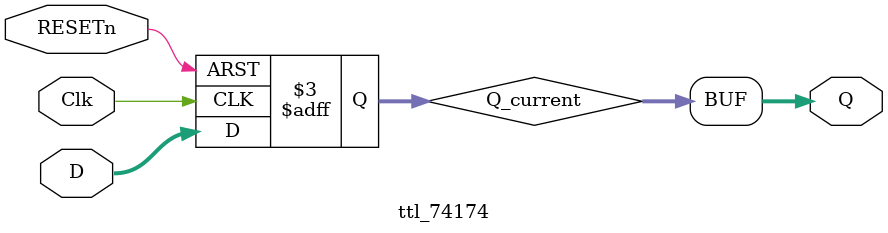
<source format=v>
`timescale 1ns/1ns

module ttl_74174 #(parameter DELAY_RISE = 20, DELAY_FALL = 21)
(input wire Clk,
  input wire RESETn,
  input wire [5:0] D,
  output wire [5:0] Q
);
    //------------------------------------------------//
    reg [5:0] Q_current; // = 6'h00;

    //initial Q_current = 6'h00; //supposition
    always @(posedge Clk or negedge RESETn)
    begin
        if (!RESETn)
        Q_current <= 6'h00;
        else
        begin
        Q_current <= D;
        end
    end
    //------------------------------------------------//
    assign #(DELAY_RISE, DELAY_FALL) Q = Q_current;
endmodule
</source>
